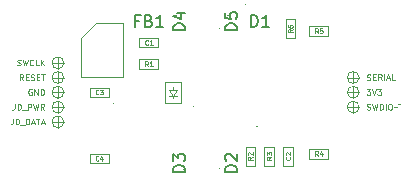
<source format=gbr>
%TF.GenerationSoftware,KiCad,Pcbnew,9.0.2*%
%TF.CreationDate,2026-02-09T05:43:33+00:00*%
%TF.ProjectId,kicad_rgb_module,6b696361-645f-4726-9762-5f6d6f64756c,0.1*%
%TF.SameCoordinates,PX518a060PY47868c0*%
%TF.FileFunction,AssemblyDrawing,Top*%
%FSLAX46Y46*%
G04 Gerber Fmt 4.6, Leading zero omitted, Abs format (unit mm)*
G04 Created by KiCad (PCBNEW 9.0.2) date 2026-02-09 05:43:33*
%MOMM*%
%LPD*%
G01*
G04 APERTURE LIST*
%ADD10C,0.060000*%
%ADD11C,0.125000*%
%ADD12C,0.150000*%
%ADD13C,0.100000*%
%ADD14C,0.075000*%
%ADD15C,0.120000*%
G04 APERTURE END LIST*
D10*
X3981927Y-5466666D02*
X3791451Y-5599999D01*
X3981927Y-5695237D02*
X3581927Y-5695237D01*
X3581927Y-5695237D02*
X3581927Y-5542856D01*
X3581927Y-5542856D02*
X3600975Y-5504761D01*
X3600975Y-5504761D02*
X3620022Y-5485714D01*
X3620022Y-5485714D02*
X3658118Y-5466666D01*
X3658118Y-5466666D02*
X3715260Y-5466666D01*
X3715260Y-5466666D02*
X3753356Y-5485714D01*
X3753356Y-5485714D02*
X3772403Y-5504761D01*
X3772403Y-5504761D02*
X3791451Y-5542856D01*
X3791451Y-5542856D02*
X3791451Y-5695237D01*
X3620022Y-5314285D02*
X3600975Y-5295237D01*
X3600975Y-5295237D02*
X3581927Y-5257142D01*
X3581927Y-5257142D02*
X3581927Y-5161904D01*
X3581927Y-5161904D02*
X3600975Y-5123809D01*
X3600975Y-5123809D02*
X3620022Y-5104761D01*
X3620022Y-5104761D02*
X3658118Y-5085714D01*
X3658118Y-5085714D02*
X3696213Y-5085714D01*
X3696213Y-5085714D02*
X3753356Y-5104761D01*
X3753356Y-5104761D02*
X3981927Y-5333333D01*
X3981927Y-5333333D02*
X3981927Y-5085714D01*
X-4866667Y4056168D02*
X-4885715Y4037120D01*
X-4885715Y4037120D02*
X-4942857Y4018073D01*
X-4942857Y4018073D02*
X-4980953Y4018073D01*
X-4980953Y4018073D02*
X-5038096Y4037120D01*
X-5038096Y4037120D02*
X-5076191Y4075216D01*
X-5076191Y4075216D02*
X-5095238Y4113311D01*
X-5095238Y4113311D02*
X-5114286Y4189501D01*
X-5114286Y4189501D02*
X-5114286Y4246644D01*
X-5114286Y4246644D02*
X-5095238Y4322835D01*
X-5095238Y4322835D02*
X-5076191Y4360930D01*
X-5076191Y4360930D02*
X-5038096Y4399025D01*
X-5038096Y4399025D02*
X-4980953Y4418073D01*
X-4980953Y4418073D02*
X-4942857Y4418073D01*
X-4942857Y4418073D02*
X-4885715Y4399025D01*
X-4885715Y4399025D02*
X-4866667Y4379978D01*
X-4485715Y4018073D02*
X-4714286Y4018073D01*
X-4600000Y4018073D02*
X-4600000Y4418073D01*
X-4600000Y4418073D02*
X-4638096Y4360930D01*
X-4638096Y4360930D02*
X-4676191Y4322835D01*
X-4676191Y4322835D02*
X-4714286Y4303787D01*
D11*
X-15439379Y1025191D02*
X-15606045Y1263286D01*
X-15725093Y1025191D02*
X-15725093Y1525191D01*
X-15725093Y1525191D02*
X-15534617Y1525191D01*
X-15534617Y1525191D02*
X-15486998Y1501381D01*
X-15486998Y1501381D02*
X-15463188Y1477572D01*
X-15463188Y1477572D02*
X-15439379Y1429953D01*
X-15439379Y1429953D02*
X-15439379Y1358524D01*
X-15439379Y1358524D02*
X-15463188Y1310905D01*
X-15463188Y1310905D02*
X-15486998Y1287096D01*
X-15486998Y1287096D02*
X-15534617Y1263286D01*
X-15534617Y1263286D02*
X-15725093Y1263286D01*
X-15225093Y1287096D02*
X-15058426Y1287096D01*
X-14986998Y1025191D02*
X-15225093Y1025191D01*
X-15225093Y1025191D02*
X-15225093Y1525191D01*
X-15225093Y1525191D02*
X-14986998Y1525191D01*
X-14796521Y1049000D02*
X-14725093Y1025191D01*
X-14725093Y1025191D02*
X-14606045Y1025191D01*
X-14606045Y1025191D02*
X-14558426Y1049000D01*
X-14558426Y1049000D02*
X-14534617Y1072810D01*
X-14534617Y1072810D02*
X-14510807Y1120429D01*
X-14510807Y1120429D02*
X-14510807Y1168048D01*
X-14510807Y1168048D02*
X-14534617Y1215667D01*
X-14534617Y1215667D02*
X-14558426Y1239477D01*
X-14558426Y1239477D02*
X-14606045Y1263286D01*
X-14606045Y1263286D02*
X-14701283Y1287096D01*
X-14701283Y1287096D02*
X-14748902Y1310905D01*
X-14748902Y1310905D02*
X-14772712Y1334715D01*
X-14772712Y1334715D02*
X-14796521Y1382334D01*
X-14796521Y1382334D02*
X-14796521Y1429953D01*
X-14796521Y1429953D02*
X-14772712Y1477572D01*
X-14772712Y1477572D02*
X-14748902Y1501381D01*
X-14748902Y1501381D02*
X-14701283Y1525191D01*
X-14701283Y1525191D02*
X-14582236Y1525191D01*
X-14582236Y1525191D02*
X-14510807Y1501381D01*
X-14296522Y1287096D02*
X-14129855Y1287096D01*
X-14058427Y1025191D02*
X-14296522Y1025191D01*
X-14296522Y1025191D02*
X-14296522Y1525191D01*
X-14296522Y1525191D02*
X-14058427Y1525191D01*
X-13915569Y1525191D02*
X-13629855Y1525191D01*
X-13772712Y1025191D02*
X-13772712Y1525191D01*
X-14725094Y251381D02*
X-14772713Y275191D01*
X-14772713Y275191D02*
X-14844142Y275191D01*
X-14844142Y275191D02*
X-14915570Y251381D01*
X-14915570Y251381D02*
X-14963189Y203762D01*
X-14963189Y203762D02*
X-14986999Y156143D01*
X-14986999Y156143D02*
X-15010808Y60905D01*
X-15010808Y60905D02*
X-15010808Y-10523D01*
X-15010808Y-10523D02*
X-14986999Y-105761D01*
X-14986999Y-105761D02*
X-14963189Y-153380D01*
X-14963189Y-153380D02*
X-14915570Y-201000D01*
X-14915570Y-201000D02*
X-14844142Y-224809D01*
X-14844142Y-224809D02*
X-14796523Y-224809D01*
X-14796523Y-224809D02*
X-14725094Y-201000D01*
X-14725094Y-201000D02*
X-14701285Y-177190D01*
X-14701285Y-177190D02*
X-14701285Y-10523D01*
X-14701285Y-10523D02*
X-14796523Y-10523D01*
X-14486999Y-224809D02*
X-14486999Y275191D01*
X-14486999Y275191D02*
X-14201285Y-224809D01*
X-14201285Y-224809D02*
X-14201285Y275191D01*
X-13963189Y-224809D02*
X-13963189Y275191D01*
X-13963189Y275191D02*
X-13844141Y275191D01*
X-13844141Y275191D02*
X-13772713Y251381D01*
X-13772713Y251381D02*
X-13725094Y203762D01*
X-13725094Y203762D02*
X-13701284Y156143D01*
X-13701284Y156143D02*
X-13677475Y60905D01*
X-13677475Y60905D02*
X-13677475Y-10523D01*
X-13677475Y-10523D02*
X-13701284Y-105761D01*
X-13701284Y-105761D02*
X-13725094Y-153380D01*
X-13725094Y-153380D02*
X-13772713Y-201000D01*
X-13772713Y-201000D02*
X-13844141Y-224809D01*
X-13844141Y-224809D02*
X-13963189Y-224809D01*
D10*
X7143832Y-5466666D02*
X7162880Y-5485714D01*
X7162880Y-5485714D02*
X7181927Y-5542856D01*
X7181927Y-5542856D02*
X7181927Y-5580952D01*
X7181927Y-5580952D02*
X7162880Y-5638095D01*
X7162880Y-5638095D02*
X7124784Y-5676190D01*
X7124784Y-5676190D02*
X7086689Y-5695237D01*
X7086689Y-5695237D02*
X7010499Y-5714285D01*
X7010499Y-5714285D02*
X6953356Y-5714285D01*
X6953356Y-5714285D02*
X6877165Y-5695237D01*
X6877165Y-5695237D02*
X6839070Y-5676190D01*
X6839070Y-5676190D02*
X6800975Y-5638095D01*
X6800975Y-5638095D02*
X6781927Y-5580952D01*
X6781927Y-5580952D02*
X6781927Y-5542856D01*
X6781927Y-5542856D02*
X6800975Y-5485714D01*
X6800975Y-5485714D02*
X6820022Y-5466666D01*
X6820022Y-5314285D02*
X6800975Y-5295237D01*
X6800975Y-5295237D02*
X6781927Y-5257142D01*
X6781927Y-5257142D02*
X6781927Y-5161904D01*
X6781927Y-5161904D02*
X6800975Y-5123809D01*
X6800975Y-5123809D02*
X6820022Y-5104761D01*
X6820022Y-5104761D02*
X6858118Y-5085714D01*
X6858118Y-5085714D02*
X6896213Y-5085714D01*
X6896213Y-5085714D02*
X6953356Y-5104761D01*
X6953356Y-5104761D02*
X7181927Y-5333333D01*
X7181927Y-5333333D02*
X7181927Y-5085714D01*
D12*
X-5633334Y6068991D02*
X-5966667Y6068991D01*
X-5966667Y5545181D02*
X-5966667Y6545181D01*
X-5966667Y6545181D02*
X-5490477Y6545181D01*
X-4776191Y6068991D02*
X-4633334Y6021372D01*
X-4633334Y6021372D02*
X-4585715Y5973753D01*
X-4585715Y5973753D02*
X-4538096Y5878515D01*
X-4538096Y5878515D02*
X-4538096Y5735658D01*
X-4538096Y5735658D02*
X-4585715Y5640420D01*
X-4585715Y5640420D02*
X-4633334Y5592800D01*
X-4633334Y5592800D02*
X-4728572Y5545181D01*
X-4728572Y5545181D02*
X-5109524Y5545181D01*
X-5109524Y5545181D02*
X-5109524Y6545181D01*
X-5109524Y6545181D02*
X-4776191Y6545181D01*
X-4776191Y6545181D02*
X-4680953Y6497562D01*
X-4680953Y6497562D02*
X-4633334Y6449943D01*
X-4633334Y6449943D02*
X-4585715Y6354705D01*
X-4585715Y6354705D02*
X-4585715Y6259467D01*
X-4585715Y6259467D02*
X-4633334Y6164229D01*
X-4633334Y6164229D02*
X-4680953Y6116610D01*
X-4680953Y6116610D02*
X-4776191Y6068991D01*
X-4776191Y6068991D02*
X-5109524Y6068991D01*
X-3585715Y5545181D02*
X-4157143Y5545181D01*
X-3871429Y5545181D02*
X-3871429Y6545181D01*
X-3871429Y6545181D02*
X-3966667Y6402324D01*
X-3966667Y6402324D02*
X-4061905Y6307086D01*
X-4061905Y6307086D02*
X-4157143Y6259467D01*
D10*
X-9066667Y-5743832D02*
X-9085715Y-5762880D01*
X-9085715Y-5762880D02*
X-9142857Y-5781927D01*
X-9142857Y-5781927D02*
X-9180953Y-5781927D01*
X-9180953Y-5781927D02*
X-9238096Y-5762880D01*
X-9238096Y-5762880D02*
X-9276191Y-5724784D01*
X-9276191Y-5724784D02*
X-9295238Y-5686689D01*
X-9295238Y-5686689D02*
X-9314286Y-5610499D01*
X-9314286Y-5610499D02*
X-9314286Y-5553356D01*
X-9314286Y-5553356D02*
X-9295238Y-5477165D01*
X-9295238Y-5477165D02*
X-9276191Y-5439070D01*
X-9276191Y-5439070D02*
X-9238096Y-5400975D01*
X-9238096Y-5400975D02*
X-9180953Y-5381927D01*
X-9180953Y-5381927D02*
X-9142857Y-5381927D01*
X-9142857Y-5381927D02*
X-9085715Y-5400975D01*
X-9085715Y-5400975D02*
X-9066667Y-5420022D01*
X-8723810Y-5515260D02*
X-8723810Y-5781927D01*
X-8819048Y-5362880D02*
X-8914286Y-5648594D01*
X-8914286Y-5648594D02*
X-8666667Y-5648594D01*
D11*
X-15939379Y2299000D02*
X-15867951Y2275191D01*
X-15867951Y2275191D02*
X-15748903Y2275191D01*
X-15748903Y2275191D02*
X-15701284Y2299000D01*
X-15701284Y2299000D02*
X-15677475Y2322810D01*
X-15677475Y2322810D02*
X-15653665Y2370429D01*
X-15653665Y2370429D02*
X-15653665Y2418048D01*
X-15653665Y2418048D02*
X-15677475Y2465667D01*
X-15677475Y2465667D02*
X-15701284Y2489477D01*
X-15701284Y2489477D02*
X-15748903Y2513286D01*
X-15748903Y2513286D02*
X-15844141Y2537096D01*
X-15844141Y2537096D02*
X-15891760Y2560905D01*
X-15891760Y2560905D02*
X-15915570Y2584715D01*
X-15915570Y2584715D02*
X-15939379Y2632334D01*
X-15939379Y2632334D02*
X-15939379Y2679953D01*
X-15939379Y2679953D02*
X-15915570Y2727572D01*
X-15915570Y2727572D02*
X-15891760Y2751381D01*
X-15891760Y2751381D02*
X-15844141Y2775191D01*
X-15844141Y2775191D02*
X-15725094Y2775191D01*
X-15725094Y2775191D02*
X-15653665Y2751381D01*
X-15486999Y2775191D02*
X-15367951Y2275191D01*
X-15367951Y2275191D02*
X-15272713Y2632334D01*
X-15272713Y2632334D02*
X-15177475Y2275191D01*
X-15177475Y2275191D02*
X-15058427Y2775191D01*
X-14582237Y2322810D02*
X-14606046Y2299000D01*
X-14606046Y2299000D02*
X-14677475Y2275191D01*
X-14677475Y2275191D02*
X-14725094Y2275191D01*
X-14725094Y2275191D02*
X-14796522Y2299000D01*
X-14796522Y2299000D02*
X-14844141Y2346620D01*
X-14844141Y2346620D02*
X-14867951Y2394239D01*
X-14867951Y2394239D02*
X-14891760Y2489477D01*
X-14891760Y2489477D02*
X-14891760Y2560905D01*
X-14891760Y2560905D02*
X-14867951Y2656143D01*
X-14867951Y2656143D02*
X-14844141Y2703762D01*
X-14844141Y2703762D02*
X-14796522Y2751381D01*
X-14796522Y2751381D02*
X-14725094Y2775191D01*
X-14725094Y2775191D02*
X-14677475Y2775191D01*
X-14677475Y2775191D02*
X-14606046Y2751381D01*
X-14606046Y2751381D02*
X-14582237Y2727572D01*
X-14129856Y2275191D02*
X-14367951Y2275191D01*
X-14367951Y2275191D02*
X-14367951Y2775191D01*
X-13963189Y2275191D02*
X-13963189Y2775191D01*
X-13677475Y2275191D02*
X-13891760Y2560905D01*
X-13677475Y2775191D02*
X-13963189Y2489477D01*
D12*
X-1745181Y-6738094D02*
X-2745181Y-6738094D01*
X-2745181Y-6738094D02*
X-2745181Y-6499999D01*
X-2745181Y-6499999D02*
X-2697562Y-6357142D01*
X-2697562Y-6357142D02*
X-2602324Y-6261904D01*
X-2602324Y-6261904D02*
X-2507086Y-6214285D01*
X-2507086Y-6214285D02*
X-2316610Y-6166666D01*
X-2316610Y-6166666D02*
X-2173753Y-6166666D01*
X-2173753Y-6166666D02*
X-1983277Y-6214285D01*
X-1983277Y-6214285D02*
X-1888039Y-6261904D01*
X-1888039Y-6261904D02*
X-1792800Y-6357142D01*
X-1792800Y-6357142D02*
X-1745181Y-6499999D01*
X-1745181Y-6499999D02*
X-1745181Y-6738094D01*
X-2745181Y-5833332D02*
X-2745181Y-5214285D01*
X-2745181Y-5214285D02*
X-2364229Y-5547618D01*
X-2364229Y-5547618D02*
X-2364229Y-5404761D01*
X-2364229Y-5404761D02*
X-2316610Y-5309523D01*
X-2316610Y-5309523D02*
X-2268991Y-5261904D01*
X-2268991Y-5261904D02*
X-2173753Y-5214285D01*
X-2173753Y-5214285D02*
X-1935658Y-5214285D01*
X-1935658Y-5214285D02*
X-1840420Y-5261904D01*
X-1840420Y-5261904D02*
X-1792800Y-5309523D01*
X-1792800Y-5309523D02*
X-1745181Y-5404761D01*
X-1745181Y-5404761D02*
X-1745181Y-5690475D01*
X-1745181Y-5690475D02*
X-1792800Y-5785713D01*
X-1792800Y-5785713D02*
X-1840420Y-5833332D01*
D11*
X-16153665Y-974809D02*
X-16153665Y-1331952D01*
X-16153665Y-1331952D02*
X-16177474Y-1403380D01*
X-16177474Y-1403380D02*
X-16225093Y-1451000D01*
X-16225093Y-1451000D02*
X-16296522Y-1474809D01*
X-16296522Y-1474809D02*
X-16344141Y-1474809D01*
X-15915570Y-1474809D02*
X-15915570Y-974809D01*
X-15915570Y-974809D02*
X-15796522Y-974809D01*
X-15796522Y-974809D02*
X-15725094Y-998619D01*
X-15725094Y-998619D02*
X-15677475Y-1046238D01*
X-15677475Y-1046238D02*
X-15653665Y-1093857D01*
X-15653665Y-1093857D02*
X-15629856Y-1189095D01*
X-15629856Y-1189095D02*
X-15629856Y-1260523D01*
X-15629856Y-1260523D02*
X-15653665Y-1355761D01*
X-15653665Y-1355761D02*
X-15677475Y-1403380D01*
X-15677475Y-1403380D02*
X-15725094Y-1451000D01*
X-15725094Y-1451000D02*
X-15796522Y-1474809D01*
X-15796522Y-1474809D02*
X-15915570Y-1474809D01*
X-15534617Y-1522428D02*
X-15153665Y-1522428D01*
X-15034618Y-1474809D02*
X-15034618Y-974809D01*
X-15034618Y-974809D02*
X-14844142Y-974809D01*
X-14844142Y-974809D02*
X-14796523Y-998619D01*
X-14796523Y-998619D02*
X-14772713Y-1022428D01*
X-14772713Y-1022428D02*
X-14748904Y-1070047D01*
X-14748904Y-1070047D02*
X-14748904Y-1141476D01*
X-14748904Y-1141476D02*
X-14772713Y-1189095D01*
X-14772713Y-1189095D02*
X-14796523Y-1212904D01*
X-14796523Y-1212904D02*
X-14844142Y-1236714D01*
X-14844142Y-1236714D02*
X-15034618Y-1236714D01*
X-14582237Y-974809D02*
X-14463189Y-1474809D01*
X-14463189Y-1474809D02*
X-14367951Y-1117666D01*
X-14367951Y-1117666D02*
X-14272713Y-1474809D01*
X-14272713Y-1474809D02*
X-14153665Y-974809D01*
X-13677475Y-1474809D02*
X-13844141Y-1236714D01*
X-13963189Y-1474809D02*
X-13963189Y-974809D01*
X-13963189Y-974809D02*
X-13772713Y-974809D01*
X-13772713Y-974809D02*
X-13725094Y-998619D01*
X-13725094Y-998619D02*
X-13701284Y-1022428D01*
X-13701284Y-1022428D02*
X-13677475Y-1070047D01*
X-13677475Y-1070047D02*
X-13677475Y-1141476D01*
X-13677475Y-1141476D02*
X-13701284Y-1189095D01*
X-13701284Y-1189095D02*
X-13725094Y-1212904D01*
X-13725094Y-1212904D02*
X-13772713Y-1236714D01*
X-13772713Y-1236714D02*
X-13963189Y-1236714D01*
D10*
X7381927Y5333334D02*
X7191451Y5200001D01*
X7381927Y5104763D02*
X6981927Y5104763D01*
X6981927Y5104763D02*
X6981927Y5257144D01*
X6981927Y5257144D02*
X7000975Y5295239D01*
X7000975Y5295239D02*
X7020022Y5314286D01*
X7020022Y5314286D02*
X7058118Y5333334D01*
X7058118Y5333334D02*
X7115260Y5333334D01*
X7115260Y5333334D02*
X7153356Y5314286D01*
X7153356Y5314286D02*
X7172403Y5295239D01*
X7172403Y5295239D02*
X7191451Y5257144D01*
X7191451Y5257144D02*
X7191451Y5104763D01*
X6981927Y5676191D02*
X6981927Y5600001D01*
X6981927Y5600001D02*
X7000975Y5561905D01*
X7000975Y5561905D02*
X7020022Y5542858D01*
X7020022Y5542858D02*
X7077165Y5504763D01*
X7077165Y5504763D02*
X7153356Y5485715D01*
X7153356Y5485715D02*
X7305737Y5485715D01*
X7305737Y5485715D02*
X7343832Y5504763D01*
X7343832Y5504763D02*
X7362880Y5523810D01*
X7362880Y5523810D02*
X7381927Y5561905D01*
X7381927Y5561905D02*
X7381927Y5638096D01*
X7381927Y5638096D02*
X7362880Y5676191D01*
X7362880Y5676191D02*
X7343832Y5695239D01*
X7343832Y5695239D02*
X7305737Y5714286D01*
X7305737Y5714286D02*
X7210499Y5714286D01*
X7210499Y5714286D02*
X7172403Y5695239D01*
X7172403Y5695239D02*
X7153356Y5676191D01*
X7153356Y5676191D02*
X7134308Y5638096D01*
X7134308Y5638096D02*
X7134308Y5561905D01*
X7134308Y5561905D02*
X7153356Y5523810D01*
X7153356Y5523810D02*
X7172403Y5504763D01*
X7172403Y5504763D02*
X7210499Y5485715D01*
D12*
X-1745181Y5261906D02*
X-2745181Y5261906D01*
X-2745181Y5261906D02*
X-2745181Y5500001D01*
X-2745181Y5500001D02*
X-2697562Y5642858D01*
X-2697562Y5642858D02*
X-2602324Y5738096D01*
X-2602324Y5738096D02*
X-2507086Y5785715D01*
X-2507086Y5785715D02*
X-2316610Y5833334D01*
X-2316610Y5833334D02*
X-2173753Y5833334D01*
X-2173753Y5833334D02*
X-1983277Y5785715D01*
X-1983277Y5785715D02*
X-1888039Y5738096D01*
X-1888039Y5738096D02*
X-1792800Y5642858D01*
X-1792800Y5642858D02*
X-1745181Y5500001D01*
X-1745181Y5500001D02*
X-1745181Y5261906D01*
X-2411848Y6690477D02*
X-1745181Y6690477D01*
X-2792800Y6452382D02*
X-2078515Y6214287D01*
X-2078515Y6214287D02*
X-2078515Y6833334D01*
D10*
X9533333Y-5381927D02*
X9400000Y-5191451D01*
X9304762Y-5381927D02*
X9304762Y-4981927D01*
X9304762Y-4981927D02*
X9457143Y-4981927D01*
X9457143Y-4981927D02*
X9495238Y-5000975D01*
X9495238Y-5000975D02*
X9514285Y-5020022D01*
X9514285Y-5020022D02*
X9533333Y-5058118D01*
X9533333Y-5058118D02*
X9533333Y-5115260D01*
X9533333Y-5115260D02*
X9514285Y-5153356D01*
X9514285Y-5153356D02*
X9495238Y-5172403D01*
X9495238Y-5172403D02*
X9457143Y-5191451D01*
X9457143Y-5191451D02*
X9304762Y-5191451D01*
X9876190Y-5115260D02*
X9876190Y-5381927D01*
X9780952Y-4962880D02*
X9685714Y-5248594D01*
X9685714Y-5248594D02*
X9933333Y-5248594D01*
D12*
X2654819Y5261906D02*
X1654819Y5261906D01*
X1654819Y5261906D02*
X1654819Y5500001D01*
X1654819Y5500001D02*
X1702438Y5642858D01*
X1702438Y5642858D02*
X1797676Y5738096D01*
X1797676Y5738096D02*
X1892914Y5785715D01*
X1892914Y5785715D02*
X2083390Y5833334D01*
X2083390Y5833334D02*
X2226247Y5833334D01*
X2226247Y5833334D02*
X2416723Y5785715D01*
X2416723Y5785715D02*
X2511961Y5738096D01*
X2511961Y5738096D02*
X2607200Y5642858D01*
X2607200Y5642858D02*
X2654819Y5500001D01*
X2654819Y5500001D02*
X2654819Y5261906D01*
X1654819Y6738096D02*
X1654819Y6261906D01*
X1654819Y6261906D02*
X2131009Y6214287D01*
X2131009Y6214287D02*
X2083390Y6261906D01*
X2083390Y6261906D02*
X2035771Y6357144D01*
X2035771Y6357144D02*
X2035771Y6595239D01*
X2035771Y6595239D02*
X2083390Y6690477D01*
X2083390Y6690477D02*
X2131009Y6738096D01*
X2131009Y6738096D02*
X2226247Y6785715D01*
X2226247Y6785715D02*
X2464342Y6785715D01*
X2464342Y6785715D02*
X2559580Y6738096D01*
X2559580Y6738096D02*
X2607200Y6690477D01*
X2607200Y6690477D02*
X2654819Y6595239D01*
X2654819Y6595239D02*
X2654819Y6357144D01*
X2654819Y6357144D02*
X2607200Y6261906D01*
X2607200Y6261906D02*
X2559580Y6214287D01*
D10*
X9533333Y5018073D02*
X9400000Y5208549D01*
X9304762Y5018073D02*
X9304762Y5418073D01*
X9304762Y5418073D02*
X9457143Y5418073D01*
X9457143Y5418073D02*
X9495238Y5399025D01*
X9495238Y5399025D02*
X9514285Y5379978D01*
X9514285Y5379978D02*
X9533333Y5341882D01*
X9533333Y5341882D02*
X9533333Y5284740D01*
X9533333Y5284740D02*
X9514285Y5246644D01*
X9514285Y5246644D02*
X9495238Y5227597D01*
X9495238Y5227597D02*
X9457143Y5208549D01*
X9457143Y5208549D02*
X9304762Y5208549D01*
X9895238Y5418073D02*
X9704762Y5418073D01*
X9704762Y5418073D02*
X9685714Y5227597D01*
X9685714Y5227597D02*
X9704762Y5246644D01*
X9704762Y5246644D02*
X9742857Y5265692D01*
X9742857Y5265692D02*
X9838095Y5265692D01*
X9838095Y5265692D02*
X9876190Y5246644D01*
X9876190Y5246644D02*
X9895238Y5227597D01*
X9895238Y5227597D02*
X9914285Y5189501D01*
X9914285Y5189501D02*
X9914285Y5094263D01*
X9914285Y5094263D02*
X9895238Y5056168D01*
X9895238Y5056168D02*
X9876190Y5037120D01*
X9876190Y5037120D02*
X9838095Y5018073D01*
X9838095Y5018073D02*
X9742857Y5018073D01*
X9742857Y5018073D02*
X9704762Y5037120D01*
X9704762Y5037120D02*
X9685714Y5056168D01*
D11*
X-16320330Y-2224809D02*
X-16320330Y-2581952D01*
X-16320330Y-2581952D02*
X-16344139Y-2653380D01*
X-16344139Y-2653380D02*
X-16391758Y-2701000D01*
X-16391758Y-2701000D02*
X-16463187Y-2724809D01*
X-16463187Y-2724809D02*
X-16510806Y-2724809D01*
X-16082235Y-2724809D02*
X-16082235Y-2224809D01*
X-16082235Y-2224809D02*
X-15963187Y-2224809D01*
X-15963187Y-2224809D02*
X-15891759Y-2248619D01*
X-15891759Y-2248619D02*
X-15844140Y-2296238D01*
X-15844140Y-2296238D02*
X-15820330Y-2343857D01*
X-15820330Y-2343857D02*
X-15796521Y-2439095D01*
X-15796521Y-2439095D02*
X-15796521Y-2510523D01*
X-15796521Y-2510523D02*
X-15820330Y-2605761D01*
X-15820330Y-2605761D02*
X-15844140Y-2653380D01*
X-15844140Y-2653380D02*
X-15891759Y-2701000D01*
X-15891759Y-2701000D02*
X-15963187Y-2724809D01*
X-15963187Y-2724809D02*
X-16082235Y-2724809D01*
X-15701282Y-2772428D02*
X-15320330Y-2772428D01*
X-15201283Y-2724809D02*
X-15201283Y-2224809D01*
X-15201283Y-2224809D02*
X-15082235Y-2224809D01*
X-15082235Y-2224809D02*
X-15010807Y-2248619D01*
X-15010807Y-2248619D02*
X-14963188Y-2296238D01*
X-14963188Y-2296238D02*
X-14939378Y-2343857D01*
X-14939378Y-2343857D02*
X-14915569Y-2439095D01*
X-14915569Y-2439095D02*
X-14915569Y-2510523D01*
X-14915569Y-2510523D02*
X-14939378Y-2605761D01*
X-14939378Y-2605761D02*
X-14963188Y-2653380D01*
X-14963188Y-2653380D02*
X-15010807Y-2701000D01*
X-15010807Y-2701000D02*
X-15082235Y-2724809D01*
X-15082235Y-2724809D02*
X-15201283Y-2724809D01*
X-14725092Y-2581952D02*
X-14486997Y-2581952D01*
X-14772711Y-2724809D02*
X-14606045Y-2224809D01*
X-14606045Y-2224809D02*
X-14439378Y-2724809D01*
X-14344140Y-2224809D02*
X-14058426Y-2224809D01*
X-14201283Y-2724809D02*
X-14201283Y-2224809D01*
X-13915569Y-2581952D02*
X-13677474Y-2581952D01*
X-13963188Y-2724809D02*
X-13796522Y-2224809D01*
X-13796522Y-2224809D02*
X-13629855Y-2724809D01*
D12*
X3861905Y5545181D02*
X3861905Y6545181D01*
X3861905Y6545181D02*
X4100000Y6545181D01*
X4100000Y6545181D02*
X4242857Y6497562D01*
X4242857Y6497562D02*
X4338095Y6402324D01*
X4338095Y6402324D02*
X4385714Y6307086D01*
X4385714Y6307086D02*
X4433333Y6116610D01*
X4433333Y6116610D02*
X4433333Y5973753D01*
X4433333Y5973753D02*
X4385714Y5783277D01*
X4385714Y5783277D02*
X4338095Y5688039D01*
X4338095Y5688039D02*
X4242857Y5592800D01*
X4242857Y5592800D02*
X4100000Y5545181D01*
X4100000Y5545181D02*
X3861905Y5545181D01*
X5385714Y5545181D02*
X4814286Y5545181D01*
X5100000Y5545181D02*
X5100000Y6545181D01*
X5100000Y6545181D02*
X5004762Y6402324D01*
X5004762Y6402324D02*
X4909524Y6307086D01*
X4909524Y6307086D02*
X4814286Y6259467D01*
D10*
X-4866667Y2218073D02*
X-5000000Y2408549D01*
X-5095238Y2218073D02*
X-5095238Y2618073D01*
X-5095238Y2618073D02*
X-4942857Y2618073D01*
X-4942857Y2618073D02*
X-4904762Y2599025D01*
X-4904762Y2599025D02*
X-4885715Y2579978D01*
X-4885715Y2579978D02*
X-4866667Y2541882D01*
X-4866667Y2541882D02*
X-4866667Y2484740D01*
X-4866667Y2484740D02*
X-4885715Y2446644D01*
X-4885715Y2446644D02*
X-4904762Y2427597D01*
X-4904762Y2427597D02*
X-4942857Y2408549D01*
X-4942857Y2408549D02*
X-5095238Y2408549D01*
X-4485715Y2218073D02*
X-4714286Y2218073D01*
X-4600000Y2218073D02*
X-4600000Y2618073D01*
X-4600000Y2618073D02*
X-4638096Y2560930D01*
X-4638096Y2560930D02*
X-4676191Y2522835D01*
X-4676191Y2522835D02*
X-4714286Y2503787D01*
D11*
X13677474Y1049000D02*
X13748902Y1025191D01*
X13748902Y1025191D02*
X13867950Y1025191D01*
X13867950Y1025191D02*
X13915569Y1049000D01*
X13915569Y1049000D02*
X13939378Y1072810D01*
X13939378Y1072810D02*
X13963188Y1120429D01*
X13963188Y1120429D02*
X13963188Y1168048D01*
X13963188Y1168048D02*
X13939378Y1215667D01*
X13939378Y1215667D02*
X13915569Y1239477D01*
X13915569Y1239477D02*
X13867950Y1263286D01*
X13867950Y1263286D02*
X13772712Y1287096D01*
X13772712Y1287096D02*
X13725093Y1310905D01*
X13725093Y1310905D02*
X13701283Y1334715D01*
X13701283Y1334715D02*
X13677474Y1382334D01*
X13677474Y1382334D02*
X13677474Y1429953D01*
X13677474Y1429953D02*
X13701283Y1477572D01*
X13701283Y1477572D02*
X13725093Y1501381D01*
X13725093Y1501381D02*
X13772712Y1525191D01*
X13772712Y1525191D02*
X13891759Y1525191D01*
X13891759Y1525191D02*
X13963188Y1501381D01*
X14177473Y1287096D02*
X14344140Y1287096D01*
X14415568Y1025191D02*
X14177473Y1025191D01*
X14177473Y1025191D02*
X14177473Y1525191D01*
X14177473Y1525191D02*
X14415568Y1525191D01*
X14915568Y1025191D02*
X14748902Y1263286D01*
X14629854Y1025191D02*
X14629854Y1525191D01*
X14629854Y1525191D02*
X14820330Y1525191D01*
X14820330Y1525191D02*
X14867949Y1501381D01*
X14867949Y1501381D02*
X14891759Y1477572D01*
X14891759Y1477572D02*
X14915568Y1429953D01*
X14915568Y1429953D02*
X14915568Y1358524D01*
X14915568Y1358524D02*
X14891759Y1310905D01*
X14891759Y1310905D02*
X14867949Y1287096D01*
X14867949Y1287096D02*
X14820330Y1263286D01*
X14820330Y1263286D02*
X14629854Y1263286D01*
X15129854Y1025191D02*
X15129854Y1525191D01*
X15344140Y1168048D02*
X15582235Y1168048D01*
X15296521Y1025191D02*
X15463187Y1525191D01*
X15463187Y1525191D02*
X15629854Y1025191D01*
X16034615Y1025191D02*
X15796520Y1025191D01*
X15796520Y1025191D02*
X15796520Y1525191D01*
X13653664Y275191D02*
X13963188Y275191D01*
X13963188Y275191D02*
X13796521Y84715D01*
X13796521Y84715D02*
X13867950Y84715D01*
X13867950Y84715D02*
X13915569Y60905D01*
X13915569Y60905D02*
X13939378Y37096D01*
X13939378Y37096D02*
X13963188Y-10523D01*
X13963188Y-10523D02*
X13963188Y-129571D01*
X13963188Y-129571D02*
X13939378Y-177190D01*
X13939378Y-177190D02*
X13915569Y-201000D01*
X13915569Y-201000D02*
X13867950Y-224809D01*
X13867950Y-224809D02*
X13725093Y-224809D01*
X13725093Y-224809D02*
X13677474Y-201000D01*
X13677474Y-201000D02*
X13653664Y-177190D01*
X14106045Y275191D02*
X14272711Y-224809D01*
X14272711Y-224809D02*
X14439378Y275191D01*
X14558425Y275191D02*
X14867949Y275191D01*
X14867949Y275191D02*
X14701282Y84715D01*
X14701282Y84715D02*
X14772711Y84715D01*
X14772711Y84715D02*
X14820330Y60905D01*
X14820330Y60905D02*
X14844139Y37096D01*
X14844139Y37096D02*
X14867949Y-10523D01*
X14867949Y-10523D02*
X14867949Y-129571D01*
X14867949Y-129571D02*
X14844139Y-177190D01*
X14844139Y-177190D02*
X14820330Y-201000D01*
X14820330Y-201000D02*
X14772711Y-224809D01*
X14772711Y-224809D02*
X14629854Y-224809D01*
X14629854Y-224809D02*
X14582235Y-201000D01*
X14582235Y-201000D02*
X14558425Y-177190D01*
D12*
X2654819Y-6738094D02*
X1654819Y-6738094D01*
X1654819Y-6738094D02*
X1654819Y-6499999D01*
X1654819Y-6499999D02*
X1702438Y-6357142D01*
X1702438Y-6357142D02*
X1797676Y-6261904D01*
X1797676Y-6261904D02*
X1892914Y-6214285D01*
X1892914Y-6214285D02*
X2083390Y-6166666D01*
X2083390Y-6166666D02*
X2226247Y-6166666D01*
X2226247Y-6166666D02*
X2416723Y-6214285D01*
X2416723Y-6214285D02*
X2511961Y-6261904D01*
X2511961Y-6261904D02*
X2607200Y-6357142D01*
X2607200Y-6357142D02*
X2654819Y-6499999D01*
X2654819Y-6499999D02*
X2654819Y-6738094D01*
X1750057Y-5785713D02*
X1702438Y-5738094D01*
X1702438Y-5738094D02*
X1654819Y-5642856D01*
X1654819Y-5642856D02*
X1654819Y-5404761D01*
X1654819Y-5404761D02*
X1702438Y-5309523D01*
X1702438Y-5309523D02*
X1750057Y-5261904D01*
X1750057Y-5261904D02*
X1845295Y-5214285D01*
X1845295Y-5214285D02*
X1940533Y-5214285D01*
X1940533Y-5214285D02*
X2083390Y-5261904D01*
X2083390Y-5261904D02*
X2654819Y-5833332D01*
X2654819Y-5833332D02*
X2654819Y-5214285D01*
D10*
X-9066667Y-143832D02*
X-9085715Y-162880D01*
X-9085715Y-162880D02*
X-9142857Y-181927D01*
X-9142857Y-181927D02*
X-9180953Y-181927D01*
X-9180953Y-181927D02*
X-9238096Y-162880D01*
X-9238096Y-162880D02*
X-9276191Y-124784D01*
X-9276191Y-124784D02*
X-9295238Y-86689D01*
X-9295238Y-86689D02*
X-9314286Y-10499D01*
X-9314286Y-10499D02*
X-9314286Y46644D01*
X-9314286Y46644D02*
X-9295238Y122835D01*
X-9295238Y122835D02*
X-9276191Y160930D01*
X-9276191Y160930D02*
X-9238096Y199025D01*
X-9238096Y199025D02*
X-9180953Y218073D01*
X-9180953Y218073D02*
X-9142857Y218073D01*
X-9142857Y218073D02*
X-9085715Y199025D01*
X-9085715Y199025D02*
X-9066667Y179978D01*
X-8933334Y218073D02*
X-8685715Y218073D01*
X-8685715Y218073D02*
X-8819048Y65692D01*
X-8819048Y65692D02*
X-8761905Y65692D01*
X-8761905Y65692D02*
X-8723810Y46644D01*
X-8723810Y46644D02*
X-8704762Y27597D01*
X-8704762Y27597D02*
X-8685715Y-10499D01*
X-8685715Y-10499D02*
X-8685715Y-105737D01*
X-8685715Y-105737D02*
X-8704762Y-143832D01*
X-8704762Y-143832D02*
X-8723810Y-162880D01*
X-8723810Y-162880D02*
X-8761905Y-181927D01*
X-8761905Y-181927D02*
X-8876191Y-181927D01*
X-8876191Y-181927D02*
X-8914286Y-162880D01*
X-8914286Y-162880D02*
X-8933334Y-143832D01*
X5581927Y-5466666D02*
X5391451Y-5599999D01*
X5581927Y-5695237D02*
X5181927Y-5695237D01*
X5181927Y-5695237D02*
X5181927Y-5542856D01*
X5181927Y-5542856D02*
X5200975Y-5504761D01*
X5200975Y-5504761D02*
X5220022Y-5485714D01*
X5220022Y-5485714D02*
X5258118Y-5466666D01*
X5258118Y-5466666D02*
X5315260Y-5466666D01*
X5315260Y-5466666D02*
X5353356Y-5485714D01*
X5353356Y-5485714D02*
X5372403Y-5504761D01*
X5372403Y-5504761D02*
X5391451Y-5542856D01*
X5391451Y-5542856D02*
X5391451Y-5695237D01*
X5181927Y-5333333D02*
X5181927Y-5085714D01*
X5181927Y-5085714D02*
X5334308Y-5219047D01*
X5334308Y-5219047D02*
X5334308Y-5161904D01*
X5334308Y-5161904D02*
X5353356Y-5123809D01*
X5353356Y-5123809D02*
X5372403Y-5104761D01*
X5372403Y-5104761D02*
X5410499Y-5085714D01*
X5410499Y-5085714D02*
X5505737Y-5085714D01*
X5505737Y-5085714D02*
X5543832Y-5104761D01*
X5543832Y-5104761D02*
X5562880Y-5123809D01*
X5562880Y-5123809D02*
X5581927Y-5161904D01*
X5581927Y-5161904D02*
X5581927Y-5276190D01*
X5581927Y-5276190D02*
X5562880Y-5314285D01*
X5562880Y-5314285D02*
X5543832Y-5333333D01*
D11*
X13677474Y-1451000D02*
X13748902Y-1474809D01*
X13748902Y-1474809D02*
X13867950Y-1474809D01*
X13867950Y-1474809D02*
X13915569Y-1451000D01*
X13915569Y-1451000D02*
X13939378Y-1427190D01*
X13939378Y-1427190D02*
X13963188Y-1379571D01*
X13963188Y-1379571D02*
X13963188Y-1331952D01*
X13963188Y-1331952D02*
X13939378Y-1284333D01*
X13939378Y-1284333D02*
X13915569Y-1260523D01*
X13915569Y-1260523D02*
X13867950Y-1236714D01*
X13867950Y-1236714D02*
X13772712Y-1212904D01*
X13772712Y-1212904D02*
X13725093Y-1189095D01*
X13725093Y-1189095D02*
X13701283Y-1165285D01*
X13701283Y-1165285D02*
X13677474Y-1117666D01*
X13677474Y-1117666D02*
X13677474Y-1070047D01*
X13677474Y-1070047D02*
X13701283Y-1022428D01*
X13701283Y-1022428D02*
X13725093Y-998619D01*
X13725093Y-998619D02*
X13772712Y-974809D01*
X13772712Y-974809D02*
X13891759Y-974809D01*
X13891759Y-974809D02*
X13963188Y-998619D01*
X14129854Y-974809D02*
X14248902Y-1474809D01*
X14248902Y-1474809D02*
X14344140Y-1117666D01*
X14344140Y-1117666D02*
X14439378Y-1474809D01*
X14439378Y-1474809D02*
X14558426Y-974809D01*
X14748902Y-1474809D02*
X14748902Y-974809D01*
X14748902Y-974809D02*
X14867950Y-974809D01*
X14867950Y-974809D02*
X14939378Y-998619D01*
X14939378Y-998619D02*
X14986997Y-1046238D01*
X14986997Y-1046238D02*
X15010807Y-1093857D01*
X15010807Y-1093857D02*
X15034616Y-1189095D01*
X15034616Y-1189095D02*
X15034616Y-1260523D01*
X15034616Y-1260523D02*
X15010807Y-1355761D01*
X15010807Y-1355761D02*
X14986997Y-1403380D01*
X14986997Y-1403380D02*
X14939378Y-1451000D01*
X14939378Y-1451000D02*
X14867950Y-1474809D01*
X14867950Y-1474809D02*
X14748902Y-1474809D01*
X15248902Y-1474809D02*
X15248902Y-974809D01*
X15582235Y-974809D02*
X15677473Y-974809D01*
X15677473Y-974809D02*
X15725092Y-998619D01*
X15725092Y-998619D02*
X15772711Y-1046238D01*
X15772711Y-1046238D02*
X15796521Y-1141476D01*
X15796521Y-1141476D02*
X15796521Y-1308142D01*
X15796521Y-1308142D02*
X15772711Y-1403380D01*
X15772711Y-1403380D02*
X15725092Y-1451000D01*
X15725092Y-1451000D02*
X15677473Y-1474809D01*
X15677473Y-1474809D02*
X15582235Y-1474809D01*
X15582235Y-1474809D02*
X15534616Y-1451000D01*
X15534616Y-1451000D02*
X15486997Y-1403380D01*
X15486997Y-1403380D02*
X15463188Y-1308142D01*
X15463188Y-1308142D02*
X15463188Y-1141476D01*
X15463188Y-1141476D02*
X15486997Y-1046238D01*
X15486997Y-1046238D02*
X15534616Y-998619D01*
X15534616Y-998619D02*
X15582235Y-974809D01*
X15939379Y-1284333D02*
X15963188Y-1260523D01*
X15963188Y-1260523D02*
X16010807Y-1236714D01*
X16010807Y-1236714D02*
X16106045Y-1284333D01*
X16106045Y-1284333D02*
X16153664Y-1260523D01*
X16153664Y-1260523D02*
X16177474Y-1236714D01*
X16296522Y-1022428D02*
X16391760Y-951000D01*
X16391760Y-951000D02*
X16486998Y-1022428D01*
D13*
%TO.C,R2*%
X3387500Y-4600000D02*
X4212500Y-4600000D01*
X3387500Y-6200000D02*
X3387500Y-4600000D01*
X4212500Y-4600000D02*
X4212500Y-6200000D01*
X4212500Y-6200000D02*
X3387500Y-6200000D01*
%TO.C,C1*%
X-5600000Y4600000D02*
X-4000000Y4600000D01*
X-5600000Y3800000D02*
X-5600000Y4600000D01*
X-4000000Y4600000D02*
X-4000000Y3800000D01*
X-4000000Y3800000D02*
X-5600000Y3800000D01*
%TO.C,U2*%
D14*
X-7737500Y-975000D02*
G75*
G02*
X-7812500Y-975000I-37500J0D01*
G01*
X-7812500Y-975000D02*
G75*
G02*
X-7737500Y-975000I37500J0D01*
G01*
D13*
%TO.C,GS4*%
X-12500000Y1750000D02*
X-12500000Y750000D01*
X-12000000Y1250000D02*
X-13000000Y1250000D01*
X-12000000Y1250000D02*
G75*
G02*
X-13000000Y1250000I-500000J0D01*
G01*
X-13000000Y1250000D02*
G75*
G02*
X-12000000Y1250000I500000J0D01*
G01*
%TO.C,GS1*%
X-13000000Y0D02*
X-12000000Y0D01*
X-12500000Y-500000D02*
X-12500000Y500000D01*
X-12000000Y0D02*
G75*
G02*
X-13000000Y0I-500000J0D01*
G01*
X-13000000Y0D02*
G75*
G02*
X-12000000Y0I500000J0D01*
G01*
D15*
%TO.C,J1*%
X-10514500Y4616000D02*
X-9244500Y5886000D01*
X-10514500Y1314000D02*
X-10514500Y4616000D01*
X-9244500Y5886000D02*
X-6958500Y5886000D01*
X-6958500Y5886000D02*
X-6958500Y1314000D01*
X-6958500Y1314000D02*
X-10514500Y1314000D01*
%TO.C,D8*%
D14*
X-987500Y-1175000D02*
G75*
G02*
X-1062500Y-1175000I-37500J0D01*
G01*
X-1062500Y-1175000D02*
G75*
G02*
X-987500Y-1175000I37500J0D01*
G01*
D13*
%TO.C,C2*%
X6600000Y-4600000D02*
X7400000Y-4600000D01*
X6600000Y-6200000D02*
X6600000Y-4600000D01*
X7400000Y-4600000D02*
X7400000Y-6200000D01*
X7400000Y-6200000D02*
X6600000Y-6200000D01*
%TO.C,U1*%
D14*
X4387500Y-2875000D02*
G75*
G02*
X4312500Y-2875000I-37500J0D01*
G01*
X4312500Y-2875000D02*
G75*
G02*
X4387500Y-2875000I37500J0D01*
G01*
%TO.C,D7*%
X1212500Y5375000D02*
G75*
G02*
X1137500Y5375000I-37500J0D01*
G01*
X1137500Y5375000D02*
G75*
G02*
X1212500Y5375000I37500J0D01*
G01*
D10*
%TO.C,FB1*%
X-3970000Y6400000D02*
G75*
G02*
X-4030000Y6400000I-30000J0D01*
G01*
X-4030000Y6400000D02*
G75*
G02*
X-3970000Y6400000I30000J0D01*
G01*
D13*
%TO.C,C4*%
X-9800000Y-5200000D02*
X-8200000Y-5200000D01*
X-9800000Y-6000000D02*
X-9800000Y-5200000D01*
X-8200000Y-5200000D02*
X-8200000Y-6000000D01*
X-8200000Y-6000000D02*
X-9800000Y-6000000D01*
%TO.C,GS5*%
X-12500000Y3000000D02*
X-12500000Y2000000D01*
X-12000000Y2500000D02*
X-13000000Y2500000D01*
X-12000000Y2500000D02*
G75*
G02*
X-13000000Y2500000I-500000J0D01*
G01*
X-13000000Y2500000D02*
G75*
G02*
X-12000000Y2500000I500000J0D01*
G01*
D10*
%TO.C,D3*%
X-1870000Y-6500000D02*
G75*
G02*
X-1930000Y-6500000I-30000J0D01*
G01*
X-1930000Y-6500000D02*
G75*
G02*
X-1870000Y-6500000I30000J0D01*
G01*
D13*
%TO.C,GS3*%
X-13000000Y-1250000D02*
X-12000000Y-1250000D01*
X-12500000Y-1750000D02*
X-12500000Y-750000D01*
X-12000000Y-1250000D02*
G75*
G02*
X-13000000Y-1250000I-500000J0D01*
G01*
X-13000000Y-1250000D02*
G75*
G02*
X-12000000Y-1250000I500000J0D01*
G01*
%TO.C,D6*%
D14*
X1212500Y-6425000D02*
G75*
G02*
X1137500Y-6425000I-37500J0D01*
G01*
X1137500Y-6425000D02*
G75*
G02*
X1212500Y-6425000I37500J0D01*
G01*
D13*
%TO.C,R6*%
X6787500Y6200000D02*
X7612500Y6200000D01*
X6787500Y4600000D02*
X6787500Y6200000D01*
X7612500Y6200000D02*
X7612500Y4600000D01*
X7612500Y4600000D02*
X6787500Y4600000D01*
D10*
%TO.C,D4*%
X-2470000Y6500000D02*
G75*
G02*
X-2530000Y6500000I-30000J0D01*
G01*
X-2530000Y6500000D02*
G75*
G02*
X-2470000Y6500000I30000J0D01*
G01*
D13*
%TO.C,R4*%
X8800000Y-4787500D02*
X10400000Y-4787500D01*
X8800000Y-5612500D02*
X8800000Y-4787500D01*
X10400000Y-4787500D02*
X10400000Y-5612500D01*
X10400000Y-5612500D02*
X8800000Y-5612500D01*
D10*
%TO.C,D5*%
X1930000Y6500000D02*
G75*
G02*
X1870000Y6500000I-30000J0D01*
G01*
X1870000Y6500000D02*
G75*
G02*
X1930000Y6500000I30000J0D01*
G01*
D13*
%TO.C,R5*%
X8800000Y5612500D02*
X10400000Y5612500D01*
X8800000Y4787500D02*
X8800000Y5612500D01*
X10400000Y5612500D02*
X10400000Y4787500D01*
X10400000Y4787500D02*
X8800000Y4787500D01*
%TO.C,D9*%
X-3450000Y900000D02*
X-2050000Y900000D01*
X-3450000Y-900000D02*
X-3450000Y900000D01*
X-3100000Y200000D02*
X-2400000Y200000D01*
X-3100000Y-300000D02*
X-2400000Y-300000D01*
X-2750000Y200000D02*
X-2750000Y450000D01*
X-2750000Y-300000D02*
X-3100000Y200000D01*
X-2750000Y-300000D02*
X-2750000Y-500000D01*
X-2400000Y200000D02*
X-2750000Y-300000D01*
X-2050000Y900000D02*
X-2050000Y-900000D01*
X-2050000Y-900000D02*
X-3450000Y-900000D01*
%TO.C,GS2*%
X-13000000Y-2500000D02*
X-12000000Y-2500000D01*
X-12500000Y-3000000D02*
X-12500000Y-2000000D01*
X-12000000Y-2500000D02*
G75*
G02*
X-13000000Y-2500000I-500000J0D01*
G01*
X-13000000Y-2500000D02*
G75*
G02*
X-12000000Y-2500000I500000J0D01*
G01*
D10*
%TO.C,D1*%
X3430000Y7450000D02*
G75*
G02*
X3370000Y7450000I-30000J0D01*
G01*
X3370000Y7450000D02*
G75*
G02*
X3430000Y7450000I30000J0D01*
G01*
D13*
%TO.C,R1*%
X-5600000Y2812500D02*
X-4000000Y2812500D01*
X-5600000Y1987500D02*
X-5600000Y2812500D01*
X-4000000Y2812500D02*
X-4000000Y1987500D01*
X-4000000Y1987500D02*
X-5600000Y1987500D01*
%TO.C,GS8*%
X12000000Y1250000D02*
X13000000Y1250000D01*
X12500000Y750000D02*
X12500000Y1750000D01*
X13000000Y1250000D02*
G75*
G02*
X12000000Y1250000I-500000J0D01*
G01*
X12000000Y1250000D02*
G75*
G02*
X13000000Y1250000I500000J0D01*
G01*
%TO.C,GS7*%
X12000000Y0D02*
X13000000Y0D01*
X12500000Y-500000D02*
X12500000Y500000D01*
X13000000Y0D02*
G75*
G02*
X12000000Y0I-500000J0D01*
G01*
X12000000Y0D02*
G75*
G02*
X13000000Y0I500000J0D01*
G01*
D10*
%TO.C,D2*%
X2530000Y-6500000D02*
G75*
G02*
X2470000Y-6500000I-30000J0D01*
G01*
X2470000Y-6500000D02*
G75*
G02*
X2530000Y-6500000I30000J0D01*
G01*
D13*
%TO.C,C3*%
X-9800000Y400000D02*
X-8200000Y400000D01*
X-9800000Y-400000D02*
X-9800000Y400000D01*
X-8200000Y400000D02*
X-8200000Y-400000D01*
X-8200000Y-400000D02*
X-9800000Y-400000D01*
%TO.C,R3*%
X4987500Y-4600000D02*
X5812500Y-4600000D01*
X4987500Y-6200000D02*
X4987500Y-4600000D01*
X5812500Y-4600000D02*
X5812500Y-6200000D01*
X5812500Y-6200000D02*
X4987500Y-6200000D01*
%TO.C,GS6*%
X12000000Y-1250000D02*
X13000000Y-1250000D01*
X12500000Y-1750000D02*
X12500000Y-750000D01*
X13000000Y-1250000D02*
G75*
G02*
X12000000Y-1250000I-500000J0D01*
G01*
X12000000Y-1250000D02*
G75*
G02*
X13000000Y-1250000I500000J0D01*
G01*
%TD*%
M02*

</source>
